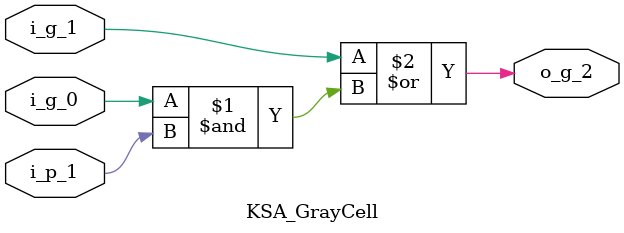
<source format=sv>
module KSA_GrayCell(
    input logic         i_g_0   ,
    input logic         i_p_1   ,
    input logic         i_g_1   ,
    output logic        o_g_2      
);
// G2 = G1 OR (G0 AND P1 )
assign o_g_2 =  i_g_1 | (i_g_0 & i_p_1);

endmodule

</source>
